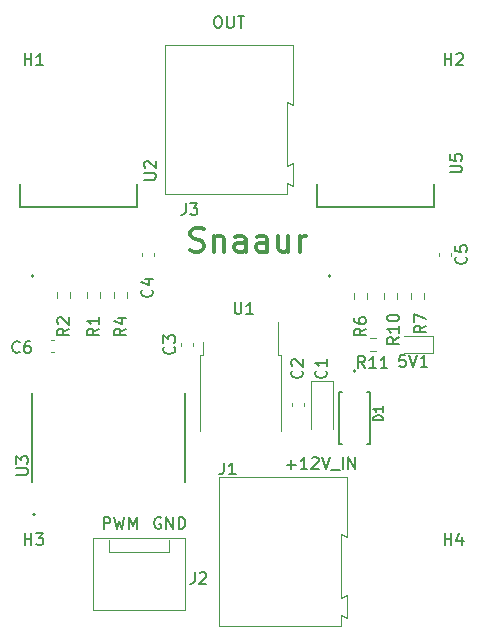
<source format=gbr>
%TF.GenerationSoftware,KiCad,Pcbnew,7.0.5*%
%TF.CreationDate,2023-07-07T01:57:58+07:00*%
%TF.ProjectId,driver_motor,64726976-6572-45f6-9d6f-746f722e6b69,rev?*%
%TF.SameCoordinates,Original*%
%TF.FileFunction,Legend,Top*%
%TF.FilePolarity,Positive*%
%FSLAX46Y46*%
G04 Gerber Fmt 4.6, Leading zero omitted, Abs format (unit mm)*
G04 Created by KiCad (PCBNEW 7.0.5) date 2023-07-07 01:57:58*
%MOMM*%
%LPD*%
G01*
G04 APERTURE LIST*
%ADD10C,0.150000*%
%ADD11C,0.300000*%
%ADD12C,0.120000*%
%ADD13C,0.127000*%
%ADD14C,0.200000*%
G04 APERTURE END LIST*
D10*
X170008779Y-64766866D02*
X170770684Y-64766866D01*
X170389731Y-65147819D02*
X170389731Y-64385914D01*
X171770683Y-65147819D02*
X171199255Y-65147819D01*
X171484969Y-65147819D02*
X171484969Y-64147819D01*
X171484969Y-64147819D02*
X171389731Y-64290676D01*
X171389731Y-64290676D02*
X171294493Y-64385914D01*
X171294493Y-64385914D02*
X171199255Y-64433533D01*
X172151636Y-64243057D02*
X172199255Y-64195438D01*
X172199255Y-64195438D02*
X172294493Y-64147819D01*
X172294493Y-64147819D02*
X172532588Y-64147819D01*
X172532588Y-64147819D02*
X172627826Y-64195438D01*
X172627826Y-64195438D02*
X172675445Y-64243057D01*
X172675445Y-64243057D02*
X172723064Y-64338295D01*
X172723064Y-64338295D02*
X172723064Y-64433533D01*
X172723064Y-64433533D02*
X172675445Y-64576390D01*
X172675445Y-64576390D02*
X172104017Y-65147819D01*
X172104017Y-65147819D02*
X172723064Y-65147819D01*
X173008779Y-64147819D02*
X173342112Y-65147819D01*
X173342112Y-65147819D02*
X173675445Y-64147819D01*
X173770684Y-65243057D02*
X174532588Y-65243057D01*
X174770684Y-65147819D02*
X174770684Y-64147819D01*
X175246874Y-65147819D02*
X175246874Y-64147819D01*
X175246874Y-64147819D02*
X175818302Y-65147819D01*
X175818302Y-65147819D02*
X175818302Y-64147819D01*
D11*
X161868320Y-46634400D02*
X162154034Y-46729638D01*
X162154034Y-46729638D02*
X162630225Y-46729638D01*
X162630225Y-46729638D02*
X162820701Y-46634400D01*
X162820701Y-46634400D02*
X162915939Y-46539161D01*
X162915939Y-46539161D02*
X163011177Y-46348685D01*
X163011177Y-46348685D02*
X163011177Y-46158209D01*
X163011177Y-46158209D02*
X162915939Y-45967733D01*
X162915939Y-45967733D02*
X162820701Y-45872495D01*
X162820701Y-45872495D02*
X162630225Y-45777257D01*
X162630225Y-45777257D02*
X162249272Y-45682019D01*
X162249272Y-45682019D02*
X162058796Y-45586780D01*
X162058796Y-45586780D02*
X161963558Y-45491542D01*
X161963558Y-45491542D02*
X161868320Y-45301066D01*
X161868320Y-45301066D02*
X161868320Y-45110590D01*
X161868320Y-45110590D02*
X161963558Y-44920114D01*
X161963558Y-44920114D02*
X162058796Y-44824876D01*
X162058796Y-44824876D02*
X162249272Y-44729638D01*
X162249272Y-44729638D02*
X162725463Y-44729638D01*
X162725463Y-44729638D02*
X163011177Y-44824876D01*
X163868320Y-45396304D02*
X163868320Y-46729638D01*
X163868320Y-45586780D02*
X163963558Y-45491542D01*
X163963558Y-45491542D02*
X164154034Y-45396304D01*
X164154034Y-45396304D02*
X164439749Y-45396304D01*
X164439749Y-45396304D02*
X164630225Y-45491542D01*
X164630225Y-45491542D02*
X164725463Y-45682019D01*
X164725463Y-45682019D02*
X164725463Y-46729638D01*
X166534987Y-46729638D02*
X166534987Y-45682019D01*
X166534987Y-45682019D02*
X166439749Y-45491542D01*
X166439749Y-45491542D02*
X166249273Y-45396304D01*
X166249273Y-45396304D02*
X165868320Y-45396304D01*
X165868320Y-45396304D02*
X165677844Y-45491542D01*
X166534987Y-46634400D02*
X166344511Y-46729638D01*
X166344511Y-46729638D02*
X165868320Y-46729638D01*
X165868320Y-46729638D02*
X165677844Y-46634400D01*
X165677844Y-46634400D02*
X165582606Y-46443923D01*
X165582606Y-46443923D02*
X165582606Y-46253447D01*
X165582606Y-46253447D02*
X165677844Y-46062971D01*
X165677844Y-46062971D02*
X165868320Y-45967733D01*
X165868320Y-45967733D02*
X166344511Y-45967733D01*
X166344511Y-45967733D02*
X166534987Y-45872495D01*
X168344511Y-46729638D02*
X168344511Y-45682019D01*
X168344511Y-45682019D02*
X168249273Y-45491542D01*
X168249273Y-45491542D02*
X168058797Y-45396304D01*
X168058797Y-45396304D02*
X167677844Y-45396304D01*
X167677844Y-45396304D02*
X167487368Y-45491542D01*
X168344511Y-46634400D02*
X168154035Y-46729638D01*
X168154035Y-46729638D02*
X167677844Y-46729638D01*
X167677844Y-46729638D02*
X167487368Y-46634400D01*
X167487368Y-46634400D02*
X167392130Y-46443923D01*
X167392130Y-46443923D02*
X167392130Y-46253447D01*
X167392130Y-46253447D02*
X167487368Y-46062971D01*
X167487368Y-46062971D02*
X167677844Y-45967733D01*
X167677844Y-45967733D02*
X168154035Y-45967733D01*
X168154035Y-45967733D02*
X168344511Y-45872495D01*
X170154035Y-45396304D02*
X170154035Y-46729638D01*
X169296892Y-45396304D02*
X169296892Y-46443923D01*
X169296892Y-46443923D02*
X169392130Y-46634400D01*
X169392130Y-46634400D02*
X169582606Y-46729638D01*
X169582606Y-46729638D02*
X169868321Y-46729638D01*
X169868321Y-46729638D02*
X170058797Y-46634400D01*
X170058797Y-46634400D02*
X170154035Y-46539161D01*
X171106416Y-46729638D02*
X171106416Y-45396304D01*
X171106416Y-45777257D02*
X171201654Y-45586780D01*
X171201654Y-45586780D02*
X171296892Y-45491542D01*
X171296892Y-45491542D02*
X171487368Y-45396304D01*
X171487368Y-45396304D02*
X171677845Y-45396304D01*
D10*
X159356588Y-69275438D02*
X159261350Y-69227819D01*
X159261350Y-69227819D02*
X159118493Y-69227819D01*
X159118493Y-69227819D02*
X158975636Y-69275438D01*
X158975636Y-69275438D02*
X158880398Y-69370676D01*
X158880398Y-69370676D02*
X158832779Y-69465914D01*
X158832779Y-69465914D02*
X158785160Y-69656390D01*
X158785160Y-69656390D02*
X158785160Y-69799247D01*
X158785160Y-69799247D02*
X158832779Y-69989723D01*
X158832779Y-69989723D02*
X158880398Y-70084961D01*
X158880398Y-70084961D02*
X158975636Y-70180200D01*
X158975636Y-70180200D02*
X159118493Y-70227819D01*
X159118493Y-70227819D02*
X159213731Y-70227819D01*
X159213731Y-70227819D02*
X159356588Y-70180200D01*
X159356588Y-70180200D02*
X159404207Y-70132580D01*
X159404207Y-70132580D02*
X159404207Y-69799247D01*
X159404207Y-69799247D02*
X159213731Y-69799247D01*
X159832779Y-70227819D02*
X159832779Y-69227819D01*
X159832779Y-69227819D02*
X160404207Y-70227819D01*
X160404207Y-70227819D02*
X160404207Y-69227819D01*
X160880398Y-70227819D02*
X160880398Y-69227819D01*
X160880398Y-69227819D02*
X161118493Y-69227819D01*
X161118493Y-69227819D02*
X161261350Y-69275438D01*
X161261350Y-69275438D02*
X161356588Y-69370676D01*
X161356588Y-69370676D02*
X161404207Y-69465914D01*
X161404207Y-69465914D02*
X161451826Y-69656390D01*
X161451826Y-69656390D02*
X161451826Y-69799247D01*
X161451826Y-69799247D02*
X161404207Y-69989723D01*
X161404207Y-69989723D02*
X161356588Y-70084961D01*
X161356588Y-70084961D02*
X161261350Y-70180200D01*
X161261350Y-70180200D02*
X161118493Y-70227819D01*
X161118493Y-70227819D02*
X160880398Y-70227819D01*
X164103255Y-26809819D02*
X164293731Y-26809819D01*
X164293731Y-26809819D02*
X164388969Y-26857438D01*
X164388969Y-26857438D02*
X164484207Y-26952676D01*
X164484207Y-26952676D02*
X164531826Y-27143152D01*
X164531826Y-27143152D02*
X164531826Y-27476485D01*
X164531826Y-27476485D02*
X164484207Y-27666961D01*
X164484207Y-27666961D02*
X164388969Y-27762200D01*
X164388969Y-27762200D02*
X164293731Y-27809819D01*
X164293731Y-27809819D02*
X164103255Y-27809819D01*
X164103255Y-27809819D02*
X164008017Y-27762200D01*
X164008017Y-27762200D02*
X163912779Y-27666961D01*
X163912779Y-27666961D02*
X163865160Y-27476485D01*
X163865160Y-27476485D02*
X163865160Y-27143152D01*
X163865160Y-27143152D02*
X163912779Y-26952676D01*
X163912779Y-26952676D02*
X164008017Y-26857438D01*
X164008017Y-26857438D02*
X164103255Y-26809819D01*
X164960398Y-26809819D02*
X164960398Y-27619342D01*
X164960398Y-27619342D02*
X165008017Y-27714580D01*
X165008017Y-27714580D02*
X165055636Y-27762200D01*
X165055636Y-27762200D02*
X165150874Y-27809819D01*
X165150874Y-27809819D02*
X165341350Y-27809819D01*
X165341350Y-27809819D02*
X165436588Y-27762200D01*
X165436588Y-27762200D02*
X165484207Y-27714580D01*
X165484207Y-27714580D02*
X165531826Y-27619342D01*
X165531826Y-27619342D02*
X165531826Y-26809819D01*
X165865160Y-26809819D02*
X166436588Y-26809819D01*
X166150874Y-27809819D02*
X166150874Y-26809819D01*
X154514779Y-70227819D02*
X154514779Y-69227819D01*
X154514779Y-69227819D02*
X154895731Y-69227819D01*
X154895731Y-69227819D02*
X154990969Y-69275438D01*
X154990969Y-69275438D02*
X155038588Y-69323057D01*
X155038588Y-69323057D02*
X155086207Y-69418295D01*
X155086207Y-69418295D02*
X155086207Y-69561152D01*
X155086207Y-69561152D02*
X155038588Y-69656390D01*
X155038588Y-69656390D02*
X154990969Y-69704009D01*
X154990969Y-69704009D02*
X154895731Y-69751628D01*
X154895731Y-69751628D02*
X154514779Y-69751628D01*
X155419541Y-69227819D02*
X155657636Y-70227819D01*
X155657636Y-70227819D02*
X155848112Y-69513533D01*
X155848112Y-69513533D02*
X156038588Y-70227819D01*
X156038588Y-70227819D02*
X156276684Y-69227819D01*
X156657636Y-70227819D02*
X156657636Y-69227819D01*
X156657636Y-69227819D02*
X156990969Y-69942104D01*
X156990969Y-69942104D02*
X157324302Y-69227819D01*
X157324302Y-69227819D02*
X157324302Y-70227819D01*
%TO.C,C4*%
X158601580Y-49950666D02*
X158649200Y-49998285D01*
X158649200Y-49998285D02*
X158696819Y-50141142D01*
X158696819Y-50141142D02*
X158696819Y-50236380D01*
X158696819Y-50236380D02*
X158649200Y-50379237D01*
X158649200Y-50379237D02*
X158553961Y-50474475D01*
X158553961Y-50474475D02*
X158458723Y-50522094D01*
X158458723Y-50522094D02*
X158268247Y-50569713D01*
X158268247Y-50569713D02*
X158125390Y-50569713D01*
X158125390Y-50569713D02*
X157934914Y-50522094D01*
X157934914Y-50522094D02*
X157839676Y-50474475D01*
X157839676Y-50474475D02*
X157744438Y-50379237D01*
X157744438Y-50379237D02*
X157696819Y-50236380D01*
X157696819Y-50236380D02*
X157696819Y-50141142D01*
X157696819Y-50141142D02*
X157744438Y-49998285D01*
X157744438Y-49998285D02*
X157792057Y-49950666D01*
X158030152Y-49093523D02*
X158696819Y-49093523D01*
X157649200Y-49331618D02*
X158363485Y-49569713D01*
X158363485Y-49569713D02*
X158363485Y-48950666D01*
%TO.C,J3*%
X161464666Y-42634819D02*
X161464666Y-43349104D01*
X161464666Y-43349104D02*
X161417047Y-43491961D01*
X161417047Y-43491961D02*
X161321809Y-43587200D01*
X161321809Y-43587200D02*
X161178952Y-43634819D01*
X161178952Y-43634819D02*
X161083714Y-43634819D01*
X161845619Y-42634819D02*
X162464666Y-42634819D01*
X162464666Y-42634819D02*
X162131333Y-43015771D01*
X162131333Y-43015771D02*
X162274190Y-43015771D01*
X162274190Y-43015771D02*
X162369428Y-43063390D01*
X162369428Y-43063390D02*
X162417047Y-43111009D01*
X162417047Y-43111009D02*
X162464666Y-43206247D01*
X162464666Y-43206247D02*
X162464666Y-43444342D01*
X162464666Y-43444342D02*
X162417047Y-43539580D01*
X162417047Y-43539580D02*
X162369428Y-43587200D01*
X162369428Y-43587200D02*
X162274190Y-43634819D01*
X162274190Y-43634819D02*
X161988476Y-43634819D01*
X161988476Y-43634819D02*
X161893238Y-43587200D01*
X161893238Y-43587200D02*
X161845619Y-43539580D01*
%TO.C,R10*%
X179524819Y-53982857D02*
X179048628Y-54316190D01*
X179524819Y-54554285D02*
X178524819Y-54554285D01*
X178524819Y-54554285D02*
X178524819Y-54173333D01*
X178524819Y-54173333D02*
X178572438Y-54078095D01*
X178572438Y-54078095D02*
X178620057Y-54030476D01*
X178620057Y-54030476D02*
X178715295Y-53982857D01*
X178715295Y-53982857D02*
X178858152Y-53982857D01*
X178858152Y-53982857D02*
X178953390Y-54030476D01*
X178953390Y-54030476D02*
X179001009Y-54078095D01*
X179001009Y-54078095D02*
X179048628Y-54173333D01*
X179048628Y-54173333D02*
X179048628Y-54554285D01*
X179524819Y-53030476D02*
X179524819Y-53601904D01*
X179524819Y-53316190D02*
X178524819Y-53316190D01*
X178524819Y-53316190D02*
X178667676Y-53411428D01*
X178667676Y-53411428D02*
X178762914Y-53506666D01*
X178762914Y-53506666D02*
X178810533Y-53601904D01*
X178524819Y-52411428D02*
X178524819Y-52316190D01*
X178524819Y-52316190D02*
X178572438Y-52220952D01*
X178572438Y-52220952D02*
X178620057Y-52173333D01*
X178620057Y-52173333D02*
X178715295Y-52125714D01*
X178715295Y-52125714D02*
X178905771Y-52078095D01*
X178905771Y-52078095D02*
X179143866Y-52078095D01*
X179143866Y-52078095D02*
X179334342Y-52125714D01*
X179334342Y-52125714D02*
X179429580Y-52173333D01*
X179429580Y-52173333D02*
X179477200Y-52220952D01*
X179477200Y-52220952D02*
X179524819Y-52316190D01*
X179524819Y-52316190D02*
X179524819Y-52411428D01*
X179524819Y-52411428D02*
X179477200Y-52506666D01*
X179477200Y-52506666D02*
X179429580Y-52554285D01*
X179429580Y-52554285D02*
X179334342Y-52601904D01*
X179334342Y-52601904D02*
X179143866Y-52649523D01*
X179143866Y-52649523D02*
X178905771Y-52649523D01*
X178905771Y-52649523D02*
X178715295Y-52601904D01*
X178715295Y-52601904D02*
X178620057Y-52554285D01*
X178620057Y-52554285D02*
X178572438Y-52506666D01*
X178572438Y-52506666D02*
X178524819Y-52411428D01*
%TO.C,5V1*%
X180068333Y-55494819D02*
X179592143Y-55494819D01*
X179592143Y-55494819D02*
X179544524Y-55971009D01*
X179544524Y-55971009D02*
X179592143Y-55923390D01*
X179592143Y-55923390D02*
X179687381Y-55875771D01*
X179687381Y-55875771D02*
X179925476Y-55875771D01*
X179925476Y-55875771D02*
X180020714Y-55923390D01*
X180020714Y-55923390D02*
X180068333Y-55971009D01*
X180068333Y-55971009D02*
X180115952Y-56066247D01*
X180115952Y-56066247D02*
X180115952Y-56304342D01*
X180115952Y-56304342D02*
X180068333Y-56399580D01*
X180068333Y-56399580D02*
X180020714Y-56447200D01*
X180020714Y-56447200D02*
X179925476Y-56494819D01*
X179925476Y-56494819D02*
X179687381Y-56494819D01*
X179687381Y-56494819D02*
X179592143Y-56447200D01*
X179592143Y-56447200D02*
X179544524Y-56399580D01*
X180401667Y-55494819D02*
X180735000Y-56494819D01*
X180735000Y-56494819D02*
X181068333Y-55494819D01*
X181925476Y-56494819D02*
X181354048Y-56494819D01*
X181639762Y-56494819D02*
X181639762Y-55494819D01*
X181639762Y-55494819D02*
X181544524Y-55637676D01*
X181544524Y-55637676D02*
X181449286Y-55732914D01*
X181449286Y-55732914D02*
X181354048Y-55780533D01*
%TO.C,C2*%
X171301580Y-56808666D02*
X171349200Y-56856285D01*
X171349200Y-56856285D02*
X171396819Y-56999142D01*
X171396819Y-56999142D02*
X171396819Y-57094380D01*
X171396819Y-57094380D02*
X171349200Y-57237237D01*
X171349200Y-57237237D02*
X171253961Y-57332475D01*
X171253961Y-57332475D02*
X171158723Y-57380094D01*
X171158723Y-57380094D02*
X170968247Y-57427713D01*
X170968247Y-57427713D02*
X170825390Y-57427713D01*
X170825390Y-57427713D02*
X170634914Y-57380094D01*
X170634914Y-57380094D02*
X170539676Y-57332475D01*
X170539676Y-57332475D02*
X170444438Y-57237237D01*
X170444438Y-57237237D02*
X170396819Y-57094380D01*
X170396819Y-57094380D02*
X170396819Y-56999142D01*
X170396819Y-56999142D02*
X170444438Y-56856285D01*
X170444438Y-56856285D02*
X170492057Y-56808666D01*
X170492057Y-56427713D02*
X170444438Y-56380094D01*
X170444438Y-56380094D02*
X170396819Y-56284856D01*
X170396819Y-56284856D02*
X170396819Y-56046761D01*
X170396819Y-56046761D02*
X170444438Y-55951523D01*
X170444438Y-55951523D02*
X170492057Y-55903904D01*
X170492057Y-55903904D02*
X170587295Y-55856285D01*
X170587295Y-55856285D02*
X170682533Y-55856285D01*
X170682533Y-55856285D02*
X170825390Y-55903904D01*
X170825390Y-55903904D02*
X171396819Y-56475332D01*
X171396819Y-56475332D02*
X171396819Y-55856285D01*
%TO.C,C1*%
X173333580Y-56808666D02*
X173381200Y-56856285D01*
X173381200Y-56856285D02*
X173428819Y-56999142D01*
X173428819Y-56999142D02*
X173428819Y-57094380D01*
X173428819Y-57094380D02*
X173381200Y-57237237D01*
X173381200Y-57237237D02*
X173285961Y-57332475D01*
X173285961Y-57332475D02*
X173190723Y-57380094D01*
X173190723Y-57380094D02*
X173000247Y-57427713D01*
X173000247Y-57427713D02*
X172857390Y-57427713D01*
X172857390Y-57427713D02*
X172666914Y-57380094D01*
X172666914Y-57380094D02*
X172571676Y-57332475D01*
X172571676Y-57332475D02*
X172476438Y-57237237D01*
X172476438Y-57237237D02*
X172428819Y-57094380D01*
X172428819Y-57094380D02*
X172428819Y-56999142D01*
X172428819Y-56999142D02*
X172476438Y-56856285D01*
X172476438Y-56856285D02*
X172524057Y-56808666D01*
X173428819Y-55856285D02*
X173428819Y-56427713D01*
X173428819Y-56141999D02*
X172428819Y-56141999D01*
X172428819Y-56141999D02*
X172571676Y-56237237D01*
X172571676Y-56237237D02*
X172666914Y-56332475D01*
X172666914Y-56332475D02*
X172714533Y-56427713D01*
%TO.C,R6*%
X176730819Y-53252666D02*
X176254628Y-53585999D01*
X176730819Y-53824094D02*
X175730819Y-53824094D01*
X175730819Y-53824094D02*
X175730819Y-53443142D01*
X175730819Y-53443142D02*
X175778438Y-53347904D01*
X175778438Y-53347904D02*
X175826057Y-53300285D01*
X175826057Y-53300285D02*
X175921295Y-53252666D01*
X175921295Y-53252666D02*
X176064152Y-53252666D01*
X176064152Y-53252666D02*
X176159390Y-53300285D01*
X176159390Y-53300285D02*
X176207009Y-53347904D01*
X176207009Y-53347904D02*
X176254628Y-53443142D01*
X176254628Y-53443142D02*
X176254628Y-53824094D01*
X175730819Y-52395523D02*
X175730819Y-52585999D01*
X175730819Y-52585999D02*
X175778438Y-52681237D01*
X175778438Y-52681237D02*
X175826057Y-52728856D01*
X175826057Y-52728856D02*
X175968914Y-52824094D01*
X175968914Y-52824094D02*
X176159390Y-52871713D01*
X176159390Y-52871713D02*
X176540342Y-52871713D01*
X176540342Y-52871713D02*
X176635580Y-52824094D01*
X176635580Y-52824094D02*
X176683200Y-52776475D01*
X176683200Y-52776475D02*
X176730819Y-52681237D01*
X176730819Y-52681237D02*
X176730819Y-52490761D01*
X176730819Y-52490761D02*
X176683200Y-52395523D01*
X176683200Y-52395523D02*
X176635580Y-52347904D01*
X176635580Y-52347904D02*
X176540342Y-52300285D01*
X176540342Y-52300285D02*
X176302247Y-52300285D01*
X176302247Y-52300285D02*
X176207009Y-52347904D01*
X176207009Y-52347904D02*
X176159390Y-52395523D01*
X176159390Y-52395523D02*
X176111771Y-52490761D01*
X176111771Y-52490761D02*
X176111771Y-52681237D01*
X176111771Y-52681237D02*
X176159390Y-52776475D01*
X176159390Y-52776475D02*
X176207009Y-52824094D01*
X176207009Y-52824094D02*
X176302247Y-52871713D01*
%TO.C,H3*%
X147828095Y-71574819D02*
X147828095Y-70574819D01*
X147828095Y-71051009D02*
X148399523Y-71051009D01*
X148399523Y-71574819D02*
X148399523Y-70574819D01*
X148780476Y-70574819D02*
X149399523Y-70574819D01*
X149399523Y-70574819D02*
X149066190Y-70955771D01*
X149066190Y-70955771D02*
X149209047Y-70955771D01*
X149209047Y-70955771D02*
X149304285Y-71003390D01*
X149304285Y-71003390D02*
X149351904Y-71051009D01*
X149351904Y-71051009D02*
X149399523Y-71146247D01*
X149399523Y-71146247D02*
X149399523Y-71384342D01*
X149399523Y-71384342D02*
X149351904Y-71479580D01*
X149351904Y-71479580D02*
X149304285Y-71527200D01*
X149304285Y-71527200D02*
X149209047Y-71574819D01*
X149209047Y-71574819D02*
X148923333Y-71574819D01*
X148923333Y-71574819D02*
X148828095Y-71527200D01*
X148828095Y-71527200D02*
X148780476Y-71479580D01*
%TO.C,U5*%
X183858819Y-40031904D02*
X184668342Y-40031904D01*
X184668342Y-40031904D02*
X184763580Y-39984285D01*
X184763580Y-39984285D02*
X184811200Y-39936666D01*
X184811200Y-39936666D02*
X184858819Y-39841428D01*
X184858819Y-39841428D02*
X184858819Y-39650952D01*
X184858819Y-39650952D02*
X184811200Y-39555714D01*
X184811200Y-39555714D02*
X184763580Y-39508095D01*
X184763580Y-39508095D02*
X184668342Y-39460476D01*
X184668342Y-39460476D02*
X183858819Y-39460476D01*
X183858819Y-38508095D02*
X183858819Y-38984285D01*
X183858819Y-38984285D02*
X184335009Y-39031904D01*
X184335009Y-39031904D02*
X184287390Y-38984285D01*
X184287390Y-38984285D02*
X184239771Y-38889047D01*
X184239771Y-38889047D02*
X184239771Y-38650952D01*
X184239771Y-38650952D02*
X184287390Y-38555714D01*
X184287390Y-38555714D02*
X184335009Y-38508095D01*
X184335009Y-38508095D02*
X184430247Y-38460476D01*
X184430247Y-38460476D02*
X184668342Y-38460476D01*
X184668342Y-38460476D02*
X184763580Y-38508095D01*
X184763580Y-38508095D02*
X184811200Y-38555714D01*
X184811200Y-38555714D02*
X184858819Y-38650952D01*
X184858819Y-38650952D02*
X184858819Y-38889047D01*
X184858819Y-38889047D02*
X184811200Y-38984285D01*
X184811200Y-38984285D02*
X184763580Y-39031904D01*
%TO.C,C3*%
X160473580Y-54776666D02*
X160521200Y-54824285D01*
X160521200Y-54824285D02*
X160568819Y-54967142D01*
X160568819Y-54967142D02*
X160568819Y-55062380D01*
X160568819Y-55062380D02*
X160521200Y-55205237D01*
X160521200Y-55205237D02*
X160425961Y-55300475D01*
X160425961Y-55300475D02*
X160330723Y-55348094D01*
X160330723Y-55348094D02*
X160140247Y-55395713D01*
X160140247Y-55395713D02*
X159997390Y-55395713D01*
X159997390Y-55395713D02*
X159806914Y-55348094D01*
X159806914Y-55348094D02*
X159711676Y-55300475D01*
X159711676Y-55300475D02*
X159616438Y-55205237D01*
X159616438Y-55205237D02*
X159568819Y-55062380D01*
X159568819Y-55062380D02*
X159568819Y-54967142D01*
X159568819Y-54967142D02*
X159616438Y-54824285D01*
X159616438Y-54824285D02*
X159664057Y-54776666D01*
X159568819Y-54443332D02*
X159568819Y-53824285D01*
X159568819Y-53824285D02*
X159949771Y-54157618D01*
X159949771Y-54157618D02*
X159949771Y-54014761D01*
X159949771Y-54014761D02*
X159997390Y-53919523D01*
X159997390Y-53919523D02*
X160045009Y-53871904D01*
X160045009Y-53871904D02*
X160140247Y-53824285D01*
X160140247Y-53824285D02*
X160378342Y-53824285D01*
X160378342Y-53824285D02*
X160473580Y-53871904D01*
X160473580Y-53871904D02*
X160521200Y-53919523D01*
X160521200Y-53919523D02*
X160568819Y-54014761D01*
X160568819Y-54014761D02*
X160568819Y-54300475D01*
X160568819Y-54300475D02*
X160521200Y-54395713D01*
X160521200Y-54395713D02*
X160473580Y-54443332D01*
%TO.C,R4*%
X156410819Y-53252666D02*
X155934628Y-53585999D01*
X156410819Y-53824094D02*
X155410819Y-53824094D01*
X155410819Y-53824094D02*
X155410819Y-53443142D01*
X155410819Y-53443142D02*
X155458438Y-53347904D01*
X155458438Y-53347904D02*
X155506057Y-53300285D01*
X155506057Y-53300285D02*
X155601295Y-53252666D01*
X155601295Y-53252666D02*
X155744152Y-53252666D01*
X155744152Y-53252666D02*
X155839390Y-53300285D01*
X155839390Y-53300285D02*
X155887009Y-53347904D01*
X155887009Y-53347904D02*
X155934628Y-53443142D01*
X155934628Y-53443142D02*
X155934628Y-53824094D01*
X155744152Y-52395523D02*
X156410819Y-52395523D01*
X155363200Y-52633618D02*
X156077485Y-52871713D01*
X156077485Y-52871713D02*
X156077485Y-52252666D01*
%TO.C,J2*%
X162226666Y-73876819D02*
X162226666Y-74591104D01*
X162226666Y-74591104D02*
X162179047Y-74733961D01*
X162179047Y-74733961D02*
X162083809Y-74829200D01*
X162083809Y-74829200D02*
X161940952Y-74876819D01*
X161940952Y-74876819D02*
X161845714Y-74876819D01*
X162655238Y-73972057D02*
X162702857Y-73924438D01*
X162702857Y-73924438D02*
X162798095Y-73876819D01*
X162798095Y-73876819D02*
X163036190Y-73876819D01*
X163036190Y-73876819D02*
X163131428Y-73924438D01*
X163131428Y-73924438D02*
X163179047Y-73972057D01*
X163179047Y-73972057D02*
X163226666Y-74067295D01*
X163226666Y-74067295D02*
X163226666Y-74162533D01*
X163226666Y-74162533D02*
X163179047Y-74305390D01*
X163179047Y-74305390D02*
X162607619Y-74876819D01*
X162607619Y-74876819D02*
X163226666Y-74876819D01*
%TO.C,R7*%
X181810819Y-52998666D02*
X181334628Y-53331999D01*
X181810819Y-53570094D02*
X180810819Y-53570094D01*
X180810819Y-53570094D02*
X180810819Y-53189142D01*
X180810819Y-53189142D02*
X180858438Y-53093904D01*
X180858438Y-53093904D02*
X180906057Y-53046285D01*
X180906057Y-53046285D02*
X181001295Y-52998666D01*
X181001295Y-52998666D02*
X181144152Y-52998666D01*
X181144152Y-52998666D02*
X181239390Y-53046285D01*
X181239390Y-53046285D02*
X181287009Y-53093904D01*
X181287009Y-53093904D02*
X181334628Y-53189142D01*
X181334628Y-53189142D02*
X181334628Y-53570094D01*
X180810819Y-52665332D02*
X180810819Y-51998666D01*
X180810819Y-51998666D02*
X181810819Y-52427237D01*
%TO.C,H1*%
X147828095Y-30934819D02*
X147828095Y-29934819D01*
X147828095Y-30411009D02*
X148399523Y-30411009D01*
X148399523Y-30934819D02*
X148399523Y-29934819D01*
X149399523Y-30934819D02*
X148828095Y-30934819D01*
X149113809Y-30934819D02*
X149113809Y-29934819D01*
X149113809Y-29934819D02*
X149018571Y-30077676D01*
X149018571Y-30077676D02*
X148923333Y-30172914D01*
X148923333Y-30172914D02*
X148828095Y-30220533D01*
%TO.C,U1*%
X165608095Y-51016819D02*
X165608095Y-51826342D01*
X165608095Y-51826342D02*
X165655714Y-51921580D01*
X165655714Y-51921580D02*
X165703333Y-51969200D01*
X165703333Y-51969200D02*
X165798571Y-52016819D01*
X165798571Y-52016819D02*
X165989047Y-52016819D01*
X165989047Y-52016819D02*
X166084285Y-51969200D01*
X166084285Y-51969200D02*
X166131904Y-51921580D01*
X166131904Y-51921580D02*
X166179523Y-51826342D01*
X166179523Y-51826342D02*
X166179523Y-51016819D01*
X167179523Y-52016819D02*
X166608095Y-52016819D01*
X166893809Y-52016819D02*
X166893809Y-51016819D01*
X166893809Y-51016819D02*
X166798571Y-51159676D01*
X166798571Y-51159676D02*
X166703333Y-51254914D01*
X166703333Y-51254914D02*
X166608095Y-51302533D01*
%TO.C,R2*%
X151584819Y-53252666D02*
X151108628Y-53585999D01*
X151584819Y-53824094D02*
X150584819Y-53824094D01*
X150584819Y-53824094D02*
X150584819Y-53443142D01*
X150584819Y-53443142D02*
X150632438Y-53347904D01*
X150632438Y-53347904D02*
X150680057Y-53300285D01*
X150680057Y-53300285D02*
X150775295Y-53252666D01*
X150775295Y-53252666D02*
X150918152Y-53252666D01*
X150918152Y-53252666D02*
X151013390Y-53300285D01*
X151013390Y-53300285D02*
X151061009Y-53347904D01*
X151061009Y-53347904D02*
X151108628Y-53443142D01*
X151108628Y-53443142D02*
X151108628Y-53824094D01*
X150680057Y-52871713D02*
X150632438Y-52824094D01*
X150632438Y-52824094D02*
X150584819Y-52728856D01*
X150584819Y-52728856D02*
X150584819Y-52490761D01*
X150584819Y-52490761D02*
X150632438Y-52395523D01*
X150632438Y-52395523D02*
X150680057Y-52347904D01*
X150680057Y-52347904D02*
X150775295Y-52300285D01*
X150775295Y-52300285D02*
X150870533Y-52300285D01*
X150870533Y-52300285D02*
X151013390Y-52347904D01*
X151013390Y-52347904D02*
X151584819Y-52919332D01*
X151584819Y-52919332D02*
X151584819Y-52300285D01*
%TO.C,C6*%
X147407333Y-55223580D02*
X147359714Y-55271200D01*
X147359714Y-55271200D02*
X147216857Y-55318819D01*
X147216857Y-55318819D02*
X147121619Y-55318819D01*
X147121619Y-55318819D02*
X146978762Y-55271200D01*
X146978762Y-55271200D02*
X146883524Y-55175961D01*
X146883524Y-55175961D02*
X146835905Y-55080723D01*
X146835905Y-55080723D02*
X146788286Y-54890247D01*
X146788286Y-54890247D02*
X146788286Y-54747390D01*
X146788286Y-54747390D02*
X146835905Y-54556914D01*
X146835905Y-54556914D02*
X146883524Y-54461676D01*
X146883524Y-54461676D02*
X146978762Y-54366438D01*
X146978762Y-54366438D02*
X147121619Y-54318819D01*
X147121619Y-54318819D02*
X147216857Y-54318819D01*
X147216857Y-54318819D02*
X147359714Y-54366438D01*
X147359714Y-54366438D02*
X147407333Y-54414057D01*
X148264476Y-54318819D02*
X148074000Y-54318819D01*
X148074000Y-54318819D02*
X147978762Y-54366438D01*
X147978762Y-54366438D02*
X147931143Y-54414057D01*
X147931143Y-54414057D02*
X147835905Y-54556914D01*
X147835905Y-54556914D02*
X147788286Y-54747390D01*
X147788286Y-54747390D02*
X147788286Y-55128342D01*
X147788286Y-55128342D02*
X147835905Y-55223580D01*
X147835905Y-55223580D02*
X147883524Y-55271200D01*
X147883524Y-55271200D02*
X147978762Y-55318819D01*
X147978762Y-55318819D02*
X148169238Y-55318819D01*
X148169238Y-55318819D02*
X148264476Y-55271200D01*
X148264476Y-55271200D02*
X148312095Y-55223580D01*
X148312095Y-55223580D02*
X148359714Y-55128342D01*
X148359714Y-55128342D02*
X148359714Y-54890247D01*
X148359714Y-54890247D02*
X148312095Y-54795009D01*
X148312095Y-54795009D02*
X148264476Y-54747390D01*
X148264476Y-54747390D02*
X148169238Y-54699771D01*
X148169238Y-54699771D02*
X147978762Y-54699771D01*
X147978762Y-54699771D02*
X147883524Y-54747390D01*
X147883524Y-54747390D02*
X147835905Y-54795009D01*
X147835905Y-54795009D02*
X147788286Y-54890247D01*
%TO.C,H2*%
X183388095Y-30934819D02*
X183388095Y-29934819D01*
X183388095Y-30411009D02*
X183959523Y-30411009D01*
X183959523Y-30934819D02*
X183959523Y-29934819D01*
X184388095Y-30030057D02*
X184435714Y-29982438D01*
X184435714Y-29982438D02*
X184530952Y-29934819D01*
X184530952Y-29934819D02*
X184769047Y-29934819D01*
X184769047Y-29934819D02*
X184864285Y-29982438D01*
X184864285Y-29982438D02*
X184911904Y-30030057D01*
X184911904Y-30030057D02*
X184959523Y-30125295D01*
X184959523Y-30125295D02*
X184959523Y-30220533D01*
X184959523Y-30220533D02*
X184911904Y-30363390D01*
X184911904Y-30363390D02*
X184340476Y-30934819D01*
X184340476Y-30934819D02*
X184959523Y-30934819D01*
%TO.C,R1*%
X154124819Y-53252666D02*
X153648628Y-53585999D01*
X154124819Y-53824094D02*
X153124819Y-53824094D01*
X153124819Y-53824094D02*
X153124819Y-53443142D01*
X153124819Y-53443142D02*
X153172438Y-53347904D01*
X153172438Y-53347904D02*
X153220057Y-53300285D01*
X153220057Y-53300285D02*
X153315295Y-53252666D01*
X153315295Y-53252666D02*
X153458152Y-53252666D01*
X153458152Y-53252666D02*
X153553390Y-53300285D01*
X153553390Y-53300285D02*
X153601009Y-53347904D01*
X153601009Y-53347904D02*
X153648628Y-53443142D01*
X153648628Y-53443142D02*
X153648628Y-53824094D01*
X154124819Y-52300285D02*
X154124819Y-52871713D01*
X154124819Y-52585999D02*
X153124819Y-52585999D01*
X153124819Y-52585999D02*
X153267676Y-52681237D01*
X153267676Y-52681237D02*
X153362914Y-52776475D01*
X153362914Y-52776475D02*
X153410533Y-52871713D01*
%TO.C,C5*%
X185177580Y-47156666D02*
X185225200Y-47204285D01*
X185225200Y-47204285D02*
X185272819Y-47347142D01*
X185272819Y-47347142D02*
X185272819Y-47442380D01*
X185272819Y-47442380D02*
X185225200Y-47585237D01*
X185225200Y-47585237D02*
X185129961Y-47680475D01*
X185129961Y-47680475D02*
X185034723Y-47728094D01*
X185034723Y-47728094D02*
X184844247Y-47775713D01*
X184844247Y-47775713D02*
X184701390Y-47775713D01*
X184701390Y-47775713D02*
X184510914Y-47728094D01*
X184510914Y-47728094D02*
X184415676Y-47680475D01*
X184415676Y-47680475D02*
X184320438Y-47585237D01*
X184320438Y-47585237D02*
X184272819Y-47442380D01*
X184272819Y-47442380D02*
X184272819Y-47347142D01*
X184272819Y-47347142D02*
X184320438Y-47204285D01*
X184320438Y-47204285D02*
X184368057Y-47156666D01*
X184272819Y-46251904D02*
X184272819Y-46728094D01*
X184272819Y-46728094D02*
X184749009Y-46775713D01*
X184749009Y-46775713D02*
X184701390Y-46728094D01*
X184701390Y-46728094D02*
X184653771Y-46632856D01*
X184653771Y-46632856D02*
X184653771Y-46394761D01*
X184653771Y-46394761D02*
X184701390Y-46299523D01*
X184701390Y-46299523D02*
X184749009Y-46251904D01*
X184749009Y-46251904D02*
X184844247Y-46204285D01*
X184844247Y-46204285D02*
X185082342Y-46204285D01*
X185082342Y-46204285D02*
X185177580Y-46251904D01*
X185177580Y-46251904D02*
X185225200Y-46299523D01*
X185225200Y-46299523D02*
X185272819Y-46394761D01*
X185272819Y-46394761D02*
X185272819Y-46632856D01*
X185272819Y-46632856D02*
X185225200Y-46728094D01*
X185225200Y-46728094D02*
X185177580Y-46775713D01*
%TO.C,D1*%
X178156467Y-61033177D02*
X177369065Y-61033177D01*
X177369065Y-61033177D02*
X177369065Y-60845700D01*
X177369065Y-60845700D02*
X177406560Y-60733214D01*
X177406560Y-60733214D02*
X177481551Y-60658224D01*
X177481551Y-60658224D02*
X177556542Y-60620728D01*
X177556542Y-60620728D02*
X177706523Y-60583233D01*
X177706523Y-60583233D02*
X177819009Y-60583233D01*
X177819009Y-60583233D02*
X177968990Y-60620728D01*
X177968990Y-60620728D02*
X178043981Y-60658224D01*
X178043981Y-60658224D02*
X178118972Y-60733214D01*
X178118972Y-60733214D02*
X178156467Y-60845700D01*
X178156467Y-60845700D02*
X178156467Y-61033177D01*
X178156467Y-59833326D02*
X178156467Y-60283270D01*
X178156467Y-60058298D02*
X177369065Y-60058298D01*
X177369065Y-60058298D02*
X177481551Y-60133289D01*
X177481551Y-60133289D02*
X177556542Y-60208280D01*
X177556542Y-60208280D02*
X177594037Y-60283270D01*
%TO.C,H4*%
X183388095Y-71574819D02*
X183388095Y-70574819D01*
X183388095Y-71051009D02*
X183959523Y-71051009D01*
X183959523Y-71574819D02*
X183959523Y-70574819D01*
X184864285Y-70908152D02*
X184864285Y-71574819D01*
X184626190Y-70527200D02*
X184388095Y-71241485D01*
X184388095Y-71241485D02*
X185007142Y-71241485D01*
%TO.C,U2*%
X157950819Y-40639904D02*
X158760342Y-40639904D01*
X158760342Y-40639904D02*
X158855580Y-40592285D01*
X158855580Y-40592285D02*
X158903200Y-40544666D01*
X158903200Y-40544666D02*
X158950819Y-40449428D01*
X158950819Y-40449428D02*
X158950819Y-40258952D01*
X158950819Y-40258952D02*
X158903200Y-40163714D01*
X158903200Y-40163714D02*
X158855580Y-40116095D01*
X158855580Y-40116095D02*
X158760342Y-40068476D01*
X158760342Y-40068476D02*
X157950819Y-40068476D01*
X158046057Y-39639904D02*
X157998438Y-39592285D01*
X157998438Y-39592285D02*
X157950819Y-39497047D01*
X157950819Y-39497047D02*
X157950819Y-39258952D01*
X157950819Y-39258952D02*
X157998438Y-39163714D01*
X157998438Y-39163714D02*
X158046057Y-39116095D01*
X158046057Y-39116095D02*
X158141295Y-39068476D01*
X158141295Y-39068476D02*
X158236533Y-39068476D01*
X158236533Y-39068476D02*
X158379390Y-39116095D01*
X158379390Y-39116095D02*
X158950819Y-39687523D01*
X158950819Y-39687523D02*
X158950819Y-39068476D01*
%TO.C,J1*%
X164704666Y-64600819D02*
X164704666Y-65315104D01*
X164704666Y-65315104D02*
X164657047Y-65457961D01*
X164657047Y-65457961D02*
X164561809Y-65553200D01*
X164561809Y-65553200D02*
X164418952Y-65600819D01*
X164418952Y-65600819D02*
X164323714Y-65600819D01*
X165704666Y-65600819D02*
X165133238Y-65600819D01*
X165418952Y-65600819D02*
X165418952Y-64600819D01*
X165418952Y-64600819D02*
X165323714Y-64743676D01*
X165323714Y-64743676D02*
X165228476Y-64838914D01*
X165228476Y-64838914D02*
X165133238Y-64886533D01*
%TO.C,U3*%
X147107819Y-65650904D02*
X147917342Y-65650904D01*
X147917342Y-65650904D02*
X148012580Y-65603285D01*
X148012580Y-65603285D02*
X148060200Y-65555666D01*
X148060200Y-65555666D02*
X148107819Y-65460428D01*
X148107819Y-65460428D02*
X148107819Y-65269952D01*
X148107819Y-65269952D02*
X148060200Y-65174714D01*
X148060200Y-65174714D02*
X148012580Y-65127095D01*
X148012580Y-65127095D02*
X147917342Y-65079476D01*
X147917342Y-65079476D02*
X147107819Y-65079476D01*
X147107819Y-64698523D02*
X147107819Y-64079476D01*
X147107819Y-64079476D02*
X147488771Y-64412809D01*
X147488771Y-64412809D02*
X147488771Y-64269952D01*
X147488771Y-64269952D02*
X147536390Y-64174714D01*
X147536390Y-64174714D02*
X147584009Y-64127095D01*
X147584009Y-64127095D02*
X147679247Y-64079476D01*
X147679247Y-64079476D02*
X147917342Y-64079476D01*
X147917342Y-64079476D02*
X148012580Y-64127095D01*
X148012580Y-64127095D02*
X148060200Y-64174714D01*
X148060200Y-64174714D02*
X148107819Y-64269952D01*
X148107819Y-64269952D02*
X148107819Y-64555666D01*
X148107819Y-64555666D02*
X148060200Y-64650904D01*
X148060200Y-64650904D02*
X148012580Y-64698523D01*
%TO.C,R11*%
X176649142Y-56588819D02*
X176315809Y-56112628D01*
X176077714Y-56588819D02*
X176077714Y-55588819D01*
X176077714Y-55588819D02*
X176458666Y-55588819D01*
X176458666Y-55588819D02*
X176553904Y-55636438D01*
X176553904Y-55636438D02*
X176601523Y-55684057D01*
X176601523Y-55684057D02*
X176649142Y-55779295D01*
X176649142Y-55779295D02*
X176649142Y-55922152D01*
X176649142Y-55922152D02*
X176601523Y-56017390D01*
X176601523Y-56017390D02*
X176553904Y-56065009D01*
X176553904Y-56065009D02*
X176458666Y-56112628D01*
X176458666Y-56112628D02*
X176077714Y-56112628D01*
X177601523Y-56588819D02*
X177030095Y-56588819D01*
X177315809Y-56588819D02*
X177315809Y-55588819D01*
X177315809Y-55588819D02*
X177220571Y-55731676D01*
X177220571Y-55731676D02*
X177125333Y-55826914D01*
X177125333Y-55826914D02*
X177030095Y-55874533D01*
X178553904Y-56588819D02*
X177982476Y-56588819D01*
X178268190Y-56588819D02*
X178268190Y-55588819D01*
X178268190Y-55588819D02*
X178172952Y-55731676D01*
X178172952Y-55731676D02*
X178077714Y-55826914D01*
X178077714Y-55826914D02*
X177982476Y-55874533D01*
D12*
%TO.C,C4*%
X157732000Y-47136267D02*
X157732000Y-46843733D01*
X158752000Y-47136267D02*
X158752000Y-46843733D01*
%TO.C,J3*%
X159685000Y-29260000D02*
X159685000Y-41860000D01*
X159685000Y-41860000D02*
X170035000Y-41860000D01*
X170035000Y-34060000D02*
X170535000Y-34360000D01*
X170035000Y-39460000D02*
X170035000Y-34060000D01*
X170035000Y-40910000D02*
X170535000Y-41160000D01*
X170035000Y-41860000D02*
X170035000Y-40910000D01*
X170535000Y-29260000D02*
X159685000Y-29260000D01*
X170535000Y-34360000D02*
X170535000Y-29260000D01*
X170535000Y-39210000D02*
X170035000Y-39460000D01*
X170535000Y-39260000D02*
X170535000Y-39210000D01*
X170535000Y-41160000D02*
X170535000Y-39260000D01*
%TO.C,R10*%
X179338500Y-50275276D02*
X179338500Y-50784724D01*
X178293500Y-50275276D02*
X178293500Y-50784724D01*
%TO.C,5V1*%
X182395000Y-55345000D02*
X182395000Y-53875000D01*
X182395000Y-53875000D02*
X179935000Y-53875000D01*
X179935000Y-55345000D02*
X182395000Y-55345000D01*
%TO.C,C2*%
X170432000Y-59836267D02*
X170432000Y-59543733D01*
X171452000Y-59836267D02*
X171452000Y-59543733D01*
%TO.C,C1*%
X173909000Y-57713000D02*
X172039000Y-57713000D01*
X172039000Y-57713000D02*
X172039000Y-61798000D01*
X173909000Y-61798000D02*
X173909000Y-57713000D01*
%TO.C,R6*%
X175753500Y-50768724D02*
X175753500Y-50259276D01*
X176798500Y-50768724D02*
X176798500Y-50259276D01*
D13*
%TO.C,U5*%
X172596000Y-42976000D02*
X182496000Y-42976000D01*
X182496000Y-42976000D02*
X182496000Y-41035000D01*
X172596000Y-41035000D02*
X172596000Y-42976000D01*
D14*
X173746000Y-48786000D02*
G75*
G03*
X173746000Y-48786000I-100000J0D01*
G01*
D12*
%TO.C,C3*%
X161034000Y-54756267D02*
X161034000Y-54463733D01*
X162054000Y-54756267D02*
X162054000Y-54463733D01*
%TO.C,R4*%
X156478500Y-50121276D02*
X156478500Y-50630724D01*
X155433500Y-50121276D02*
X155433500Y-50630724D01*
%TO.C,J2*%
X161380000Y-77072000D02*
X153580000Y-77072000D01*
X161380000Y-71022000D02*
X161380000Y-77072000D01*
X160030000Y-72132000D02*
X154950000Y-72132000D01*
X160030000Y-71122000D02*
X160030000Y-72132000D01*
X154950000Y-72132000D02*
X154950000Y-71122000D01*
X153580000Y-77072000D02*
X153580000Y-71022000D01*
X153580000Y-71022000D02*
X161380000Y-71022000D01*
%TO.C,R7*%
X181624500Y-50275276D02*
X181624500Y-50784724D01*
X180579500Y-50275276D02*
X180579500Y-50784724D01*
%TO.C,U1*%
X169566000Y-55525000D02*
X169296000Y-55525000D01*
X169296000Y-55525000D02*
X169296000Y-52695000D01*
X162936000Y-55525000D02*
X162936000Y-54425000D01*
X162666000Y-55525000D02*
X162936000Y-55525000D01*
X169566000Y-61945000D02*
X169566000Y-55525000D01*
X162666000Y-61945000D02*
X162666000Y-55525000D01*
%TO.C,R2*%
X150607500Y-50662724D02*
X150607500Y-50153276D01*
X151652500Y-50662724D02*
X151652500Y-50153276D01*
%TO.C,C6*%
X150068233Y-54200000D02*
X150360767Y-54200000D01*
X150068233Y-55220000D02*
X150360767Y-55220000D01*
%TO.C,R1*%
X154192500Y-50137276D02*
X154192500Y-50646724D01*
X153147500Y-50137276D02*
X153147500Y-50646724D01*
%TO.C,C5*%
X183898000Y-46843733D02*
X183898000Y-47136267D01*
X182878000Y-46843733D02*
X182878000Y-47136267D01*
D13*
%TO.C,D1*%
X177048000Y-58662000D02*
X176838000Y-58662000D01*
X174488000Y-58662000D02*
X174698000Y-58662000D01*
X174488000Y-58662000D02*
X174488000Y-62992000D01*
X177048000Y-62992000D02*
X177048000Y-58662000D01*
X176838000Y-62992000D02*
X177048000Y-62992000D01*
X174488000Y-62992000D02*
X174698000Y-62992000D01*
D14*
X175868000Y-56827000D02*
G75*
G03*
X175868000Y-56827000I-100000J0D01*
G01*
D13*
%TO.C,U2*%
X147450000Y-42976000D02*
X157350000Y-42976000D01*
X157350000Y-42976000D02*
X157350000Y-41035000D01*
X147450000Y-41035000D02*
X147450000Y-42976000D01*
D14*
X148600000Y-48786000D02*
G75*
G03*
X148600000Y-48786000I-100000J0D01*
G01*
D12*
%TO.C,J1*%
X164308000Y-65836000D02*
X164308000Y-78436000D01*
X164308000Y-78436000D02*
X174658000Y-78436000D01*
X174658000Y-70636000D02*
X175158000Y-70936000D01*
X174658000Y-76036000D02*
X174658000Y-70636000D01*
X174658000Y-77486000D02*
X175158000Y-77736000D01*
X174658000Y-78436000D02*
X174658000Y-77486000D01*
X175158000Y-65836000D02*
X164308000Y-65836000D01*
X175158000Y-70936000D02*
X175158000Y-65836000D01*
X175158000Y-75786000D02*
X174658000Y-76036000D01*
X175158000Y-75836000D02*
X175158000Y-75786000D01*
X175158000Y-77736000D02*
X175158000Y-75836000D01*
D13*
%TO.C,U3*%
X148465000Y-66284000D02*
X148465000Y-58684000D01*
X161415000Y-66284000D02*
X161415000Y-58684000D01*
D14*
X148735000Y-69004000D02*
G75*
G03*
X148735000Y-69004000I-100000J0D01*
G01*
D12*
%TO.C,R11*%
X177037276Y-54087500D02*
X177546724Y-54087500D01*
X177037276Y-55132500D02*
X177546724Y-55132500D01*
%TD*%
M02*

</source>
